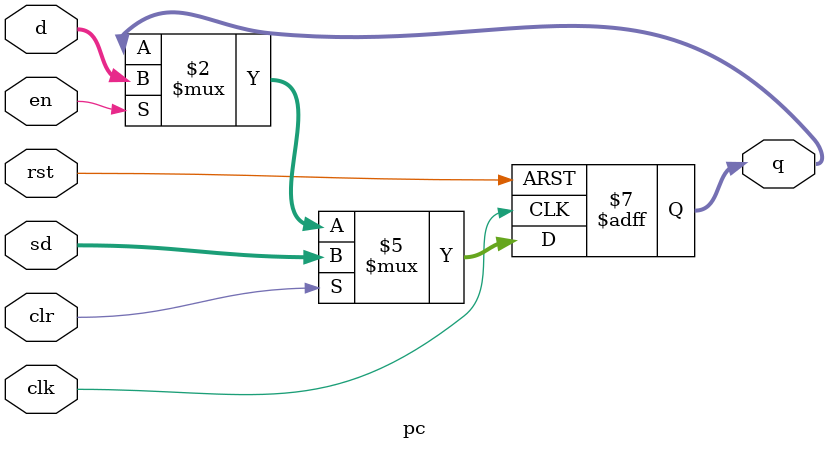
<source format=v>
`timescale 1ns / 1ps


module pc #(parameter width = 32)(
	input wire clk,
	input wire rst,
	input wire en,
	input wire clr,
	input wire [width-1:0] d,
	input wire [width-1:0] sd,
	output reg [width-1:0] q
    );

	always @ (posedge clk or posedge rst)
	begin
		if (rst)
			q <= 32'hbfc0_0000;
		else if (clr)
            q <= sd;
        else if (en)
			q <= d;
	end

endmodule

</source>
